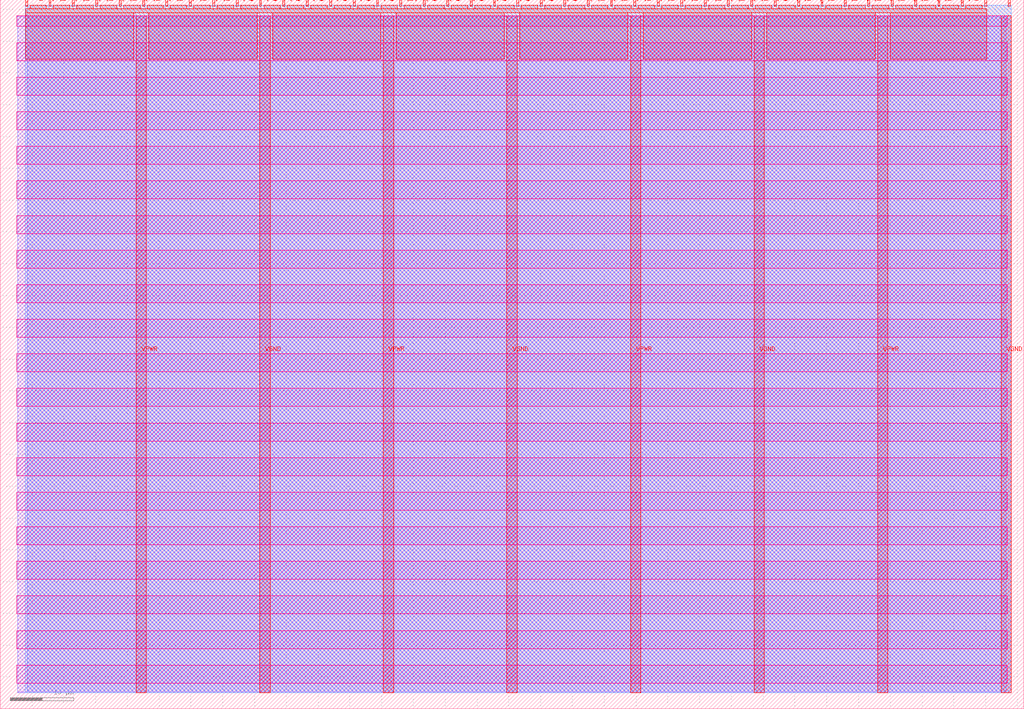
<source format=lef>
VERSION 5.7 ;
  NOWIREEXTENSIONATPIN ON ;
  DIVIDERCHAR "/" ;
  BUSBITCHARS "[]" ;
MACRO tt_um_coloquinte_moosic
  CLASS BLOCK ;
  FOREIGN tt_um_coloquinte_moosic ;
  ORIGIN 0.000 0.000 ;
  SIZE 161.000 BY 111.520 ;
  PIN VGND
    DIRECTION INOUT ;
    USE GROUND ;
    PORT
      LAYER met4 ;
        RECT 40.830 2.480 42.430 109.040 ;
    END
    PORT
      LAYER met4 ;
        RECT 79.700 2.480 81.300 109.040 ;
    END
    PORT
      LAYER met4 ;
        RECT 118.570 2.480 120.170 109.040 ;
    END
    PORT
      LAYER met4 ;
        RECT 157.440 2.480 159.040 109.040 ;
    END
  END VGND
  PIN VPWR
    DIRECTION INOUT ;
    USE POWER ;
    PORT
      LAYER met4 ;
        RECT 21.395 2.480 22.995 109.040 ;
    END
    PORT
      LAYER met4 ;
        RECT 60.265 2.480 61.865 109.040 ;
    END
    PORT
      LAYER met4 ;
        RECT 99.135 2.480 100.735 109.040 ;
    END
    PORT
      LAYER met4 ;
        RECT 138.005 2.480 139.605 109.040 ;
    END
  END VPWR
  PIN clk
    DIRECTION INPUT ;
    USE SIGNAL ;
    ANTENNAGATEAREA 0.852000 ;
    PORT
      LAYER met4 ;
        RECT 154.870 110.520 155.170 111.520 ;
    END
  END clk
  PIN ena
    DIRECTION INPUT ;
    USE SIGNAL ;
    PORT
      LAYER met4 ;
        RECT 158.550 110.520 158.850 111.520 ;
    END
  END ena
  PIN rst_n
    DIRECTION INPUT ;
    USE SIGNAL ;
    ANTENNAGATEAREA 0.196500 ;
    PORT
      LAYER met4 ;
        RECT 151.190 110.520 151.490 111.520 ;
    END
  END rst_n
  PIN ui_in[0]
    DIRECTION INPUT ;
    USE SIGNAL ;
    ANTENNAGATEAREA 0.126000 ;
    PORT
      LAYER met4 ;
        RECT 147.510 110.520 147.810 111.520 ;
    END
  END ui_in[0]
  PIN ui_in[1]
    DIRECTION INPUT ;
    USE SIGNAL ;
    ANTENNAGATEAREA 0.159000 ;
    PORT
      LAYER met4 ;
        RECT 143.830 110.520 144.130 111.520 ;
    END
  END ui_in[1]
  PIN ui_in[2]
    DIRECTION INPUT ;
    USE SIGNAL ;
    ANTENNAGATEAREA 0.196500 ;
    PORT
      LAYER met4 ;
        RECT 140.150 110.520 140.450 111.520 ;
    END
  END ui_in[2]
  PIN ui_in[3]
    DIRECTION INPUT ;
    USE SIGNAL ;
    ANTENNAGATEAREA 0.196500 ;
    PORT
      LAYER met4 ;
        RECT 136.470 110.520 136.770 111.520 ;
    END
  END ui_in[3]
  PIN ui_in[4]
    DIRECTION INPUT ;
    USE SIGNAL ;
    ANTENNAGATEAREA 0.196500 ;
    PORT
      LAYER met4 ;
        RECT 132.790 110.520 133.090 111.520 ;
    END
  END ui_in[4]
  PIN ui_in[5]
    DIRECTION INPUT ;
    USE SIGNAL ;
    ANTENNAGATEAREA 0.196500 ;
    PORT
      LAYER met4 ;
        RECT 129.110 110.520 129.410 111.520 ;
    END
  END ui_in[5]
  PIN ui_in[6]
    DIRECTION INPUT ;
    USE SIGNAL ;
    ANTENNAGATEAREA 0.196500 ;
    PORT
      LAYER met4 ;
        RECT 125.430 110.520 125.730 111.520 ;
    END
  END ui_in[6]
  PIN ui_in[7]
    DIRECTION INPUT ;
    USE SIGNAL ;
    ANTENNAGATEAREA 0.196500 ;
    PORT
      LAYER met4 ;
        RECT 121.750 110.520 122.050 111.520 ;
    END
  END ui_in[7]
  PIN uio_in[0]
    DIRECTION INPUT ;
    USE SIGNAL ;
    PORT
      LAYER met4 ;
        RECT 118.070 110.520 118.370 111.520 ;
    END
  END uio_in[0]
  PIN uio_in[1]
    DIRECTION INPUT ;
    USE SIGNAL ;
    PORT
      LAYER met4 ;
        RECT 114.390 110.520 114.690 111.520 ;
    END
  END uio_in[1]
  PIN uio_in[2]
    DIRECTION INPUT ;
    USE SIGNAL ;
    PORT
      LAYER met4 ;
        RECT 110.710 110.520 111.010 111.520 ;
    END
  END uio_in[2]
  PIN uio_in[3]
    DIRECTION INPUT ;
    USE SIGNAL ;
    PORT
      LAYER met4 ;
        RECT 107.030 110.520 107.330 111.520 ;
    END
  END uio_in[3]
  PIN uio_in[4]
    DIRECTION INPUT ;
    USE SIGNAL ;
    PORT
      LAYER met4 ;
        RECT 103.350 110.520 103.650 111.520 ;
    END
  END uio_in[4]
  PIN uio_in[5]
    DIRECTION INPUT ;
    USE SIGNAL ;
    PORT
      LAYER met4 ;
        RECT 99.670 110.520 99.970 111.520 ;
    END
  END uio_in[5]
  PIN uio_in[6]
    DIRECTION INPUT ;
    USE SIGNAL ;
    PORT
      LAYER met4 ;
        RECT 95.990 110.520 96.290 111.520 ;
    END
  END uio_in[6]
  PIN uio_in[7]
    DIRECTION INPUT ;
    USE SIGNAL ;
    PORT
      LAYER met4 ;
        RECT 92.310 110.520 92.610 111.520 ;
    END
  END uio_in[7]
  PIN uio_oe[0]
    DIRECTION OUTPUT TRISTATE ;
    USE SIGNAL ;
    PORT
      LAYER met4 ;
        RECT 29.750 110.520 30.050 111.520 ;
    END
  END uio_oe[0]
  PIN uio_oe[1]
    DIRECTION OUTPUT TRISTATE ;
    USE SIGNAL ;
    PORT
      LAYER met4 ;
        RECT 26.070 110.520 26.370 111.520 ;
    END
  END uio_oe[1]
  PIN uio_oe[2]
    DIRECTION OUTPUT TRISTATE ;
    USE SIGNAL ;
    PORT
      LAYER met4 ;
        RECT 22.390 110.520 22.690 111.520 ;
    END
  END uio_oe[2]
  PIN uio_oe[3]
    DIRECTION OUTPUT TRISTATE ;
    USE SIGNAL ;
    PORT
      LAYER met4 ;
        RECT 18.710 110.520 19.010 111.520 ;
    END
  END uio_oe[3]
  PIN uio_oe[4]
    DIRECTION OUTPUT TRISTATE ;
    USE SIGNAL ;
    PORT
      LAYER met4 ;
        RECT 15.030 110.520 15.330 111.520 ;
    END
  END uio_oe[4]
  PIN uio_oe[5]
    DIRECTION OUTPUT TRISTATE ;
    USE SIGNAL ;
    PORT
      LAYER met4 ;
        RECT 11.350 110.520 11.650 111.520 ;
    END
  END uio_oe[5]
  PIN uio_oe[6]
    DIRECTION OUTPUT TRISTATE ;
    USE SIGNAL ;
    PORT
      LAYER met4 ;
        RECT 7.670 110.520 7.970 111.520 ;
    END
  END uio_oe[6]
  PIN uio_oe[7]
    DIRECTION OUTPUT TRISTATE ;
    USE SIGNAL ;
    PORT
      LAYER met4 ;
        RECT 3.990 110.520 4.290 111.520 ;
    END
  END uio_oe[7]
  PIN uio_out[0]
    DIRECTION OUTPUT TRISTATE ;
    USE SIGNAL ;
    PORT
      LAYER met4 ;
        RECT 59.190 110.520 59.490 111.520 ;
    END
  END uio_out[0]
  PIN uio_out[1]
    DIRECTION OUTPUT TRISTATE ;
    USE SIGNAL ;
    PORT
      LAYER met4 ;
        RECT 55.510 110.520 55.810 111.520 ;
    END
  END uio_out[1]
  PIN uio_out[2]
    DIRECTION OUTPUT TRISTATE ;
    USE SIGNAL ;
    PORT
      LAYER met4 ;
        RECT 51.830 110.520 52.130 111.520 ;
    END
  END uio_out[2]
  PIN uio_out[3]
    DIRECTION OUTPUT TRISTATE ;
    USE SIGNAL ;
    PORT
      LAYER met4 ;
        RECT 48.150 110.520 48.450 111.520 ;
    END
  END uio_out[3]
  PIN uio_out[4]
    DIRECTION OUTPUT TRISTATE ;
    USE SIGNAL ;
    PORT
      LAYER met4 ;
        RECT 44.470 110.520 44.770 111.520 ;
    END
  END uio_out[4]
  PIN uio_out[5]
    DIRECTION OUTPUT TRISTATE ;
    USE SIGNAL ;
    PORT
      LAYER met4 ;
        RECT 40.790 110.520 41.090 111.520 ;
    END
  END uio_out[5]
  PIN uio_out[6]
    DIRECTION OUTPUT TRISTATE ;
    USE SIGNAL ;
    PORT
      LAYER met4 ;
        RECT 37.110 110.520 37.410 111.520 ;
    END
  END uio_out[6]
  PIN uio_out[7]
    DIRECTION OUTPUT TRISTATE ;
    USE SIGNAL ;
    PORT
      LAYER met4 ;
        RECT 33.430 110.520 33.730 111.520 ;
    END
  END uio_out[7]
  PIN uo_out[0]
    DIRECTION OUTPUT TRISTATE ;
    USE SIGNAL ;
    ANTENNAGATEAREA 1.116000 ;
    ANTENNADIFFAREA 1.721000 ;
    PORT
      LAYER met4 ;
        RECT 88.630 110.520 88.930 111.520 ;
    END
  END uo_out[0]
  PIN uo_out[1]
    DIRECTION OUTPUT TRISTATE ;
    USE SIGNAL ;
    ANTENNADIFFAREA 0.445500 ;
    PORT
      LAYER met4 ;
        RECT 84.950 110.520 85.250 111.520 ;
    END
  END uo_out[1]
  PIN uo_out[2]
    DIRECTION OUTPUT TRISTATE ;
    USE SIGNAL ;
    ANTENNADIFFAREA 0.795200 ;
    PORT
      LAYER met4 ;
        RECT 81.270 110.520 81.570 111.520 ;
    END
  END uo_out[2]
  PIN uo_out[3]
    DIRECTION OUTPUT TRISTATE ;
    USE SIGNAL ;
    ANTENNADIFFAREA 0.795200 ;
    PORT
      LAYER met4 ;
        RECT 77.590 110.520 77.890 111.520 ;
    END
  END uo_out[3]
  PIN uo_out[4]
    DIRECTION OUTPUT TRISTATE ;
    USE SIGNAL ;
    ANTENNADIFFAREA 0.795200 ;
    PORT
      LAYER met4 ;
        RECT 73.910 110.520 74.210 111.520 ;
    END
  END uo_out[4]
  PIN uo_out[5]
    DIRECTION OUTPUT TRISTATE ;
    USE SIGNAL ;
    ANTENNADIFFAREA 0.795200 ;
    PORT
      LAYER met4 ;
        RECT 70.230 110.520 70.530 111.520 ;
    END
  END uo_out[5]
  PIN uo_out[6]
    DIRECTION OUTPUT TRISTATE ;
    USE SIGNAL ;
    ANTENNADIFFAREA 0.445500 ;
    PORT
      LAYER met4 ;
        RECT 66.550 110.520 66.850 111.520 ;
    END
  END uo_out[6]
  PIN uo_out[7]
    DIRECTION OUTPUT TRISTATE ;
    USE SIGNAL ;
    ANTENNADIFFAREA 0.795200 ;
    PORT
      LAYER met4 ;
        RECT 62.870 110.520 63.170 111.520 ;
    END
  END uo_out[7]
  OBS
      LAYER nwell ;
        RECT 2.570 107.385 158.430 108.990 ;
        RECT 2.570 101.945 158.430 104.775 ;
        RECT 2.570 96.505 158.430 99.335 ;
        RECT 2.570 91.065 158.430 93.895 ;
        RECT 2.570 85.625 158.430 88.455 ;
        RECT 2.570 80.185 158.430 83.015 ;
        RECT 2.570 74.745 158.430 77.575 ;
        RECT 2.570 69.305 158.430 72.135 ;
        RECT 2.570 63.865 158.430 66.695 ;
        RECT 2.570 58.425 158.430 61.255 ;
        RECT 2.570 52.985 158.430 55.815 ;
        RECT 2.570 47.545 158.430 50.375 ;
        RECT 2.570 42.105 158.430 44.935 ;
        RECT 2.570 36.665 158.430 39.495 ;
        RECT 2.570 31.225 158.430 34.055 ;
        RECT 2.570 25.785 158.430 28.615 ;
        RECT 2.570 20.345 158.430 23.175 ;
        RECT 2.570 14.905 158.430 17.735 ;
        RECT 2.570 9.465 158.430 12.295 ;
        RECT 2.570 4.025 158.430 6.855 ;
      LAYER li1 ;
        RECT 2.760 2.635 158.240 108.885 ;
      LAYER met1 ;
        RECT 2.760 2.480 159.040 109.040 ;
      LAYER met2 ;
        RECT 4.230 2.535 159.010 110.685 ;
      LAYER met3 ;
        RECT 3.950 2.555 159.030 110.665 ;
      LAYER met4 ;
        RECT 4.690 110.120 7.270 110.665 ;
        RECT 8.370 110.120 10.950 110.665 ;
        RECT 12.050 110.120 14.630 110.665 ;
        RECT 15.730 110.120 18.310 110.665 ;
        RECT 19.410 110.120 21.990 110.665 ;
        RECT 23.090 110.120 25.670 110.665 ;
        RECT 26.770 110.120 29.350 110.665 ;
        RECT 30.450 110.120 33.030 110.665 ;
        RECT 34.130 110.120 36.710 110.665 ;
        RECT 37.810 110.120 40.390 110.665 ;
        RECT 41.490 110.120 44.070 110.665 ;
        RECT 45.170 110.120 47.750 110.665 ;
        RECT 48.850 110.120 51.430 110.665 ;
        RECT 52.530 110.120 55.110 110.665 ;
        RECT 56.210 110.120 58.790 110.665 ;
        RECT 59.890 110.120 62.470 110.665 ;
        RECT 63.570 110.120 66.150 110.665 ;
        RECT 67.250 110.120 69.830 110.665 ;
        RECT 70.930 110.120 73.510 110.665 ;
        RECT 74.610 110.120 77.190 110.665 ;
        RECT 78.290 110.120 80.870 110.665 ;
        RECT 81.970 110.120 84.550 110.665 ;
        RECT 85.650 110.120 88.230 110.665 ;
        RECT 89.330 110.120 91.910 110.665 ;
        RECT 93.010 110.120 95.590 110.665 ;
        RECT 96.690 110.120 99.270 110.665 ;
        RECT 100.370 110.120 102.950 110.665 ;
        RECT 104.050 110.120 106.630 110.665 ;
        RECT 107.730 110.120 110.310 110.665 ;
        RECT 111.410 110.120 113.990 110.665 ;
        RECT 115.090 110.120 117.670 110.665 ;
        RECT 118.770 110.120 121.350 110.665 ;
        RECT 122.450 110.120 125.030 110.665 ;
        RECT 126.130 110.120 128.710 110.665 ;
        RECT 129.810 110.120 132.390 110.665 ;
        RECT 133.490 110.120 136.070 110.665 ;
        RECT 137.170 110.120 139.750 110.665 ;
        RECT 140.850 110.120 143.430 110.665 ;
        RECT 144.530 110.120 147.110 110.665 ;
        RECT 148.210 110.120 150.790 110.665 ;
        RECT 151.890 110.120 154.470 110.665 ;
        RECT 3.975 109.440 155.185 110.120 ;
        RECT 3.975 102.175 20.995 109.440 ;
        RECT 23.395 102.175 40.430 109.440 ;
        RECT 42.830 102.175 59.865 109.440 ;
        RECT 62.265 102.175 79.300 109.440 ;
        RECT 81.700 102.175 98.735 109.440 ;
        RECT 101.135 102.175 118.170 109.440 ;
        RECT 120.570 102.175 137.605 109.440 ;
        RECT 140.005 102.175 155.185 109.440 ;
  END
END tt_um_coloquinte_moosic
END LIBRARY


</source>
